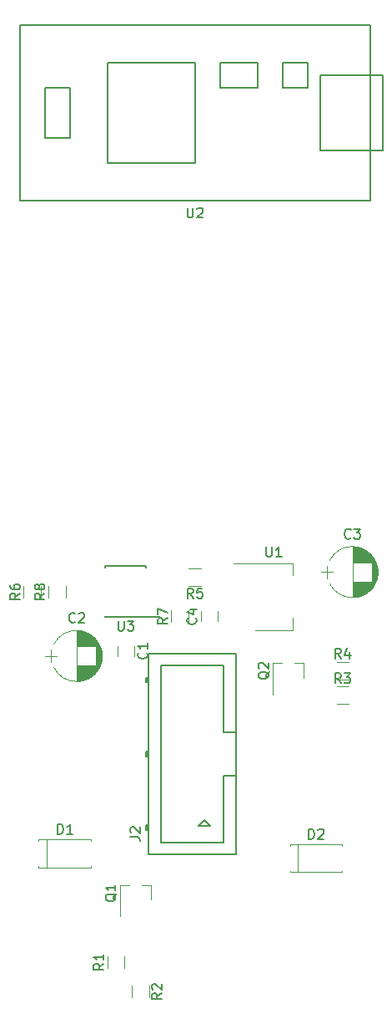
<source format=gbr>
G04 #@! TF.FileFunction,Legend,Top*
%FSLAX46Y46*%
G04 Gerber Fmt 4.6, Leading zero omitted, Abs format (unit mm)*
G04 Created by KiCad (PCBNEW 4.0.7) date 07/15/18 23:17:43*
%MOMM*%
%LPD*%
G01*
G04 APERTURE LIST*
%ADD10C,0.100000*%
%ADD11C,0.150000*%
%ADD12C,0.120000*%
G04 APERTURE END LIST*
D10*
D11*
X127200000Y-140070000D02*
X118260000Y-140070000D01*
X118260000Y-140070000D02*
X118260000Y-119770000D01*
X118260000Y-119770000D02*
X127200000Y-119770000D01*
X127200000Y-119770000D02*
X127200000Y-140070000D01*
X127200000Y-132145000D02*
X125900000Y-132145000D01*
X125900000Y-132145000D02*
X125900000Y-138870000D01*
X125900000Y-138870000D02*
X119560000Y-138870000D01*
X119560000Y-138870000D02*
X119560000Y-120970000D01*
X119560000Y-120970000D02*
X125900000Y-120970000D01*
X125900000Y-120970000D02*
X125900000Y-127695000D01*
X125900000Y-127695000D02*
X127200000Y-127695000D01*
X118260000Y-130170000D02*
X118060000Y-130170000D01*
X118060000Y-130170000D02*
X118060000Y-129670000D01*
X118060000Y-129670000D02*
X118260000Y-129670000D01*
X118160000Y-130170000D02*
X118160000Y-129670000D01*
X118260000Y-122690000D02*
X118060000Y-122690000D01*
X118060000Y-122690000D02*
X118060000Y-122190000D01*
X118060000Y-122190000D02*
X118260000Y-122190000D01*
X118160000Y-122690000D02*
X118160000Y-122190000D01*
X118260000Y-137650000D02*
X118060000Y-137650000D01*
X118060000Y-137650000D02*
X118060000Y-137150000D01*
X118060000Y-137150000D02*
X118260000Y-137150000D01*
X118160000Y-137650000D02*
X118160000Y-137150000D01*
X124600000Y-137200000D02*
X123400000Y-137200000D01*
X123400000Y-137200000D02*
X124000000Y-136600000D01*
X124000000Y-136600000D02*
X124600000Y-137200000D01*
X140780000Y-61190000D02*
X142050000Y-61190000D01*
X142050000Y-61190000D02*
X142050000Y-68810000D01*
X142050000Y-68810000D02*
X140780000Y-68810000D01*
X129350000Y-59920000D02*
X125540000Y-59920000D01*
X125540000Y-59920000D02*
X125540000Y-62460000D01*
X125540000Y-62460000D02*
X129350000Y-62460000D01*
X129350000Y-62460000D02*
X129350000Y-59920000D01*
X135700000Y-61190000D02*
X135700000Y-68810000D01*
X135700000Y-68810000D02*
X140780000Y-68810000D01*
X135700000Y-61190000D02*
X140780000Y-61190000D01*
X134430000Y-59920000D02*
X131890000Y-59920000D01*
X131890000Y-59920000D02*
X131890000Y-62460000D01*
X131890000Y-62460000D02*
X134430000Y-62460000D01*
X134430000Y-62460000D02*
X134430000Y-59920000D01*
X107760000Y-67540000D02*
X107760000Y-62460000D01*
X107760000Y-62460000D02*
X110300000Y-62460000D01*
X110300000Y-62460000D02*
X110300000Y-67540000D01*
X110300000Y-67540000D02*
X107760000Y-67540000D01*
X114110000Y-59920000D02*
X114110000Y-70080000D01*
X123000000Y-70080000D02*
X123000000Y-59920000D01*
X114110000Y-70080000D02*
X123000000Y-70080000D01*
X114110000Y-59920000D02*
X123000000Y-59920000D01*
X140780000Y-73890000D02*
X105220000Y-73890000D01*
X105220000Y-73890000D02*
X105220000Y-56110000D01*
X105220000Y-56110000D02*
X140780000Y-56110000D01*
X140780000Y-56110000D02*
X140780000Y-73890000D01*
D12*
X132650000Y-139220000D02*
X132650000Y-139090000D01*
X132650000Y-139090000D02*
X137970000Y-139090000D01*
X137970000Y-139090000D02*
X137970000Y-139220000D01*
X132650000Y-141780000D02*
X132650000Y-141910000D01*
X132650000Y-141910000D02*
X137970000Y-141910000D01*
X137970000Y-141910000D02*
X137970000Y-141780000D01*
X133490000Y-139090000D02*
X133490000Y-141910000D01*
X107150000Y-138720000D02*
X107150000Y-138590000D01*
X107150000Y-138590000D02*
X112470000Y-138590000D01*
X112470000Y-138590000D02*
X112470000Y-138720000D01*
X107150000Y-141280000D02*
X107150000Y-141410000D01*
X107150000Y-141410000D02*
X112470000Y-141410000D01*
X112470000Y-141410000D02*
X112470000Y-141280000D01*
X107990000Y-138590000D02*
X107990000Y-141410000D01*
X141305722Y-110320277D02*
G75*
G03X136694420Y-110320000I-2305722J-1179723D01*
G01*
X141305722Y-112679723D02*
G75*
G02X136694420Y-112680000I-2305722J1179723D01*
G01*
X141305722Y-112679723D02*
G75*
G03X141305580Y-110320000I-2305722J1179723D01*
G01*
X139000000Y-108950000D02*
X139000000Y-114050000D01*
X139040000Y-108950000D02*
X139040000Y-110520000D01*
X139040000Y-112480000D02*
X139040000Y-114050000D01*
X139080000Y-108951000D02*
X139080000Y-110520000D01*
X139080000Y-112480000D02*
X139080000Y-114049000D01*
X139120000Y-108952000D02*
X139120000Y-110520000D01*
X139120000Y-112480000D02*
X139120000Y-114048000D01*
X139160000Y-108954000D02*
X139160000Y-110520000D01*
X139160000Y-112480000D02*
X139160000Y-114046000D01*
X139200000Y-108957000D02*
X139200000Y-110520000D01*
X139200000Y-112480000D02*
X139200000Y-114043000D01*
X139240000Y-108961000D02*
X139240000Y-110520000D01*
X139240000Y-112480000D02*
X139240000Y-114039000D01*
X139280000Y-108965000D02*
X139280000Y-110520000D01*
X139280000Y-112480000D02*
X139280000Y-114035000D01*
X139320000Y-108969000D02*
X139320000Y-110520000D01*
X139320000Y-112480000D02*
X139320000Y-114031000D01*
X139360000Y-108975000D02*
X139360000Y-110520000D01*
X139360000Y-112480000D02*
X139360000Y-114025000D01*
X139400000Y-108981000D02*
X139400000Y-110520000D01*
X139400000Y-112480000D02*
X139400000Y-114019000D01*
X139440000Y-108987000D02*
X139440000Y-110520000D01*
X139440000Y-112480000D02*
X139440000Y-114013000D01*
X139480000Y-108994000D02*
X139480000Y-110520000D01*
X139480000Y-112480000D02*
X139480000Y-114006000D01*
X139520000Y-109002000D02*
X139520000Y-110520000D01*
X139520000Y-112480000D02*
X139520000Y-113998000D01*
X139560000Y-109011000D02*
X139560000Y-110520000D01*
X139560000Y-112480000D02*
X139560000Y-113989000D01*
X139600000Y-109020000D02*
X139600000Y-110520000D01*
X139600000Y-112480000D02*
X139600000Y-113980000D01*
X139640000Y-109030000D02*
X139640000Y-110520000D01*
X139640000Y-112480000D02*
X139640000Y-113970000D01*
X139680000Y-109040000D02*
X139680000Y-110520000D01*
X139680000Y-112480000D02*
X139680000Y-113960000D01*
X139721000Y-109052000D02*
X139721000Y-110520000D01*
X139721000Y-112480000D02*
X139721000Y-113948000D01*
X139761000Y-109064000D02*
X139761000Y-110520000D01*
X139761000Y-112480000D02*
X139761000Y-113936000D01*
X139801000Y-109076000D02*
X139801000Y-110520000D01*
X139801000Y-112480000D02*
X139801000Y-113924000D01*
X139841000Y-109090000D02*
X139841000Y-110520000D01*
X139841000Y-112480000D02*
X139841000Y-113910000D01*
X139881000Y-109104000D02*
X139881000Y-110520000D01*
X139881000Y-112480000D02*
X139881000Y-113896000D01*
X139921000Y-109118000D02*
X139921000Y-110520000D01*
X139921000Y-112480000D02*
X139921000Y-113882000D01*
X139961000Y-109134000D02*
X139961000Y-110520000D01*
X139961000Y-112480000D02*
X139961000Y-113866000D01*
X140001000Y-109150000D02*
X140001000Y-110520000D01*
X140001000Y-112480000D02*
X140001000Y-113850000D01*
X140041000Y-109167000D02*
X140041000Y-110520000D01*
X140041000Y-112480000D02*
X140041000Y-113833000D01*
X140081000Y-109185000D02*
X140081000Y-110520000D01*
X140081000Y-112480000D02*
X140081000Y-113815000D01*
X140121000Y-109204000D02*
X140121000Y-110520000D01*
X140121000Y-112480000D02*
X140121000Y-113796000D01*
X140161000Y-109224000D02*
X140161000Y-110520000D01*
X140161000Y-112480000D02*
X140161000Y-113776000D01*
X140201000Y-109244000D02*
X140201000Y-110520000D01*
X140201000Y-112480000D02*
X140201000Y-113756000D01*
X140241000Y-109266000D02*
X140241000Y-110520000D01*
X140241000Y-112480000D02*
X140241000Y-113734000D01*
X140281000Y-109288000D02*
X140281000Y-110520000D01*
X140281000Y-112480000D02*
X140281000Y-113712000D01*
X140321000Y-109311000D02*
X140321000Y-110520000D01*
X140321000Y-112480000D02*
X140321000Y-113689000D01*
X140361000Y-109335000D02*
X140361000Y-110520000D01*
X140361000Y-112480000D02*
X140361000Y-113665000D01*
X140401000Y-109360000D02*
X140401000Y-110520000D01*
X140401000Y-112480000D02*
X140401000Y-113640000D01*
X140441000Y-109387000D02*
X140441000Y-110520000D01*
X140441000Y-112480000D02*
X140441000Y-113613000D01*
X140481000Y-109414000D02*
X140481000Y-110520000D01*
X140481000Y-112480000D02*
X140481000Y-113586000D01*
X140521000Y-109442000D02*
X140521000Y-110520000D01*
X140521000Y-112480000D02*
X140521000Y-113558000D01*
X140561000Y-109472000D02*
X140561000Y-110520000D01*
X140561000Y-112480000D02*
X140561000Y-113528000D01*
X140601000Y-109503000D02*
X140601000Y-110520000D01*
X140601000Y-112480000D02*
X140601000Y-113497000D01*
X140641000Y-109535000D02*
X140641000Y-110520000D01*
X140641000Y-112480000D02*
X140641000Y-113465000D01*
X140681000Y-109568000D02*
X140681000Y-110520000D01*
X140681000Y-112480000D02*
X140681000Y-113432000D01*
X140721000Y-109603000D02*
X140721000Y-110520000D01*
X140721000Y-112480000D02*
X140721000Y-113397000D01*
X140761000Y-109639000D02*
X140761000Y-110520000D01*
X140761000Y-112480000D02*
X140761000Y-113361000D01*
X140801000Y-109677000D02*
X140801000Y-110520000D01*
X140801000Y-112480000D02*
X140801000Y-113323000D01*
X140841000Y-109717000D02*
X140841000Y-110520000D01*
X140841000Y-112480000D02*
X140841000Y-113283000D01*
X140881000Y-109758000D02*
X140881000Y-110520000D01*
X140881000Y-112480000D02*
X140881000Y-113242000D01*
X140921000Y-109801000D02*
X140921000Y-110520000D01*
X140921000Y-112480000D02*
X140921000Y-113199000D01*
X140961000Y-109846000D02*
X140961000Y-110520000D01*
X140961000Y-112480000D02*
X140961000Y-113154000D01*
X141001000Y-109894000D02*
X141001000Y-113106000D01*
X141041000Y-109944000D02*
X141041000Y-113056000D01*
X141081000Y-109996000D02*
X141081000Y-113004000D01*
X141121000Y-110052000D02*
X141121000Y-112948000D01*
X141161000Y-110110000D02*
X141161000Y-112890000D01*
X141201000Y-110173000D02*
X141201000Y-112827000D01*
X141241000Y-110239000D02*
X141241000Y-112761000D01*
X141281000Y-110311000D02*
X141281000Y-112689000D01*
X141321000Y-110388000D02*
X141321000Y-112612000D01*
X141361000Y-110472000D02*
X141361000Y-112528000D01*
X141401000Y-110566000D02*
X141401000Y-112434000D01*
X141441000Y-110671000D02*
X141441000Y-112329000D01*
X141481000Y-110793000D02*
X141481000Y-112207000D01*
X141521000Y-110941000D02*
X141521000Y-112059000D01*
X141561000Y-111146000D02*
X141561000Y-111854000D01*
X135800000Y-111500000D02*
X137000000Y-111500000D01*
X136400000Y-110850000D02*
X136400000Y-112150000D01*
X113305722Y-118820277D02*
G75*
G03X108694420Y-118820000I-2305722J-1179723D01*
G01*
X113305722Y-121179723D02*
G75*
G02X108694420Y-121180000I-2305722J1179723D01*
G01*
X113305722Y-121179723D02*
G75*
G03X113305580Y-118820000I-2305722J1179723D01*
G01*
X111000000Y-117450000D02*
X111000000Y-122550000D01*
X111040000Y-117450000D02*
X111040000Y-119020000D01*
X111040000Y-120980000D02*
X111040000Y-122550000D01*
X111080000Y-117451000D02*
X111080000Y-119020000D01*
X111080000Y-120980000D02*
X111080000Y-122549000D01*
X111120000Y-117452000D02*
X111120000Y-119020000D01*
X111120000Y-120980000D02*
X111120000Y-122548000D01*
X111160000Y-117454000D02*
X111160000Y-119020000D01*
X111160000Y-120980000D02*
X111160000Y-122546000D01*
X111200000Y-117457000D02*
X111200000Y-119020000D01*
X111200000Y-120980000D02*
X111200000Y-122543000D01*
X111240000Y-117461000D02*
X111240000Y-119020000D01*
X111240000Y-120980000D02*
X111240000Y-122539000D01*
X111280000Y-117465000D02*
X111280000Y-119020000D01*
X111280000Y-120980000D02*
X111280000Y-122535000D01*
X111320000Y-117469000D02*
X111320000Y-119020000D01*
X111320000Y-120980000D02*
X111320000Y-122531000D01*
X111360000Y-117475000D02*
X111360000Y-119020000D01*
X111360000Y-120980000D02*
X111360000Y-122525000D01*
X111400000Y-117481000D02*
X111400000Y-119020000D01*
X111400000Y-120980000D02*
X111400000Y-122519000D01*
X111440000Y-117487000D02*
X111440000Y-119020000D01*
X111440000Y-120980000D02*
X111440000Y-122513000D01*
X111480000Y-117494000D02*
X111480000Y-119020000D01*
X111480000Y-120980000D02*
X111480000Y-122506000D01*
X111520000Y-117502000D02*
X111520000Y-119020000D01*
X111520000Y-120980000D02*
X111520000Y-122498000D01*
X111560000Y-117511000D02*
X111560000Y-119020000D01*
X111560000Y-120980000D02*
X111560000Y-122489000D01*
X111600000Y-117520000D02*
X111600000Y-119020000D01*
X111600000Y-120980000D02*
X111600000Y-122480000D01*
X111640000Y-117530000D02*
X111640000Y-119020000D01*
X111640000Y-120980000D02*
X111640000Y-122470000D01*
X111680000Y-117540000D02*
X111680000Y-119020000D01*
X111680000Y-120980000D02*
X111680000Y-122460000D01*
X111721000Y-117552000D02*
X111721000Y-119020000D01*
X111721000Y-120980000D02*
X111721000Y-122448000D01*
X111761000Y-117564000D02*
X111761000Y-119020000D01*
X111761000Y-120980000D02*
X111761000Y-122436000D01*
X111801000Y-117576000D02*
X111801000Y-119020000D01*
X111801000Y-120980000D02*
X111801000Y-122424000D01*
X111841000Y-117590000D02*
X111841000Y-119020000D01*
X111841000Y-120980000D02*
X111841000Y-122410000D01*
X111881000Y-117604000D02*
X111881000Y-119020000D01*
X111881000Y-120980000D02*
X111881000Y-122396000D01*
X111921000Y-117618000D02*
X111921000Y-119020000D01*
X111921000Y-120980000D02*
X111921000Y-122382000D01*
X111961000Y-117634000D02*
X111961000Y-119020000D01*
X111961000Y-120980000D02*
X111961000Y-122366000D01*
X112001000Y-117650000D02*
X112001000Y-119020000D01*
X112001000Y-120980000D02*
X112001000Y-122350000D01*
X112041000Y-117667000D02*
X112041000Y-119020000D01*
X112041000Y-120980000D02*
X112041000Y-122333000D01*
X112081000Y-117685000D02*
X112081000Y-119020000D01*
X112081000Y-120980000D02*
X112081000Y-122315000D01*
X112121000Y-117704000D02*
X112121000Y-119020000D01*
X112121000Y-120980000D02*
X112121000Y-122296000D01*
X112161000Y-117724000D02*
X112161000Y-119020000D01*
X112161000Y-120980000D02*
X112161000Y-122276000D01*
X112201000Y-117744000D02*
X112201000Y-119020000D01*
X112201000Y-120980000D02*
X112201000Y-122256000D01*
X112241000Y-117766000D02*
X112241000Y-119020000D01*
X112241000Y-120980000D02*
X112241000Y-122234000D01*
X112281000Y-117788000D02*
X112281000Y-119020000D01*
X112281000Y-120980000D02*
X112281000Y-122212000D01*
X112321000Y-117811000D02*
X112321000Y-119020000D01*
X112321000Y-120980000D02*
X112321000Y-122189000D01*
X112361000Y-117835000D02*
X112361000Y-119020000D01*
X112361000Y-120980000D02*
X112361000Y-122165000D01*
X112401000Y-117860000D02*
X112401000Y-119020000D01*
X112401000Y-120980000D02*
X112401000Y-122140000D01*
X112441000Y-117887000D02*
X112441000Y-119020000D01*
X112441000Y-120980000D02*
X112441000Y-122113000D01*
X112481000Y-117914000D02*
X112481000Y-119020000D01*
X112481000Y-120980000D02*
X112481000Y-122086000D01*
X112521000Y-117942000D02*
X112521000Y-119020000D01*
X112521000Y-120980000D02*
X112521000Y-122058000D01*
X112561000Y-117972000D02*
X112561000Y-119020000D01*
X112561000Y-120980000D02*
X112561000Y-122028000D01*
X112601000Y-118003000D02*
X112601000Y-119020000D01*
X112601000Y-120980000D02*
X112601000Y-121997000D01*
X112641000Y-118035000D02*
X112641000Y-119020000D01*
X112641000Y-120980000D02*
X112641000Y-121965000D01*
X112681000Y-118068000D02*
X112681000Y-119020000D01*
X112681000Y-120980000D02*
X112681000Y-121932000D01*
X112721000Y-118103000D02*
X112721000Y-119020000D01*
X112721000Y-120980000D02*
X112721000Y-121897000D01*
X112761000Y-118139000D02*
X112761000Y-119020000D01*
X112761000Y-120980000D02*
X112761000Y-121861000D01*
X112801000Y-118177000D02*
X112801000Y-119020000D01*
X112801000Y-120980000D02*
X112801000Y-121823000D01*
X112841000Y-118217000D02*
X112841000Y-119020000D01*
X112841000Y-120980000D02*
X112841000Y-121783000D01*
X112881000Y-118258000D02*
X112881000Y-119020000D01*
X112881000Y-120980000D02*
X112881000Y-121742000D01*
X112921000Y-118301000D02*
X112921000Y-119020000D01*
X112921000Y-120980000D02*
X112921000Y-121699000D01*
X112961000Y-118346000D02*
X112961000Y-119020000D01*
X112961000Y-120980000D02*
X112961000Y-121654000D01*
X113001000Y-118394000D02*
X113001000Y-121606000D01*
X113041000Y-118444000D02*
X113041000Y-121556000D01*
X113081000Y-118496000D02*
X113081000Y-121504000D01*
X113121000Y-118552000D02*
X113121000Y-121448000D01*
X113161000Y-118610000D02*
X113161000Y-121390000D01*
X113201000Y-118673000D02*
X113201000Y-121327000D01*
X113241000Y-118739000D02*
X113241000Y-121261000D01*
X113281000Y-118811000D02*
X113281000Y-121189000D01*
X113321000Y-118888000D02*
X113321000Y-121112000D01*
X113361000Y-118972000D02*
X113361000Y-121028000D01*
X113401000Y-119066000D02*
X113401000Y-120934000D01*
X113441000Y-119171000D02*
X113441000Y-120829000D01*
X113481000Y-119293000D02*
X113481000Y-120707000D01*
X113521000Y-119441000D02*
X113521000Y-120559000D01*
X113561000Y-119646000D02*
X113561000Y-120354000D01*
X107800000Y-120000000D02*
X109000000Y-120000000D01*
X108400000Y-119350000D02*
X108400000Y-120650000D01*
X116620000Y-154600000D02*
X116620000Y-153400000D01*
X118380000Y-153400000D02*
X118380000Y-154600000D01*
X138600000Y-124880000D02*
X137400000Y-124880000D01*
X137400000Y-123120000D02*
X138600000Y-123120000D01*
X138600000Y-122380000D02*
X137400000Y-122380000D01*
X137400000Y-120620000D02*
X138600000Y-120620000D01*
X122400000Y-111120000D02*
X123600000Y-111120000D01*
X123600000Y-112880000D02*
X122400000Y-112880000D01*
X107380000Y-112900000D02*
X107380000Y-114100000D01*
X105620000Y-114100000D02*
X105620000Y-112900000D01*
X122380000Y-115400000D02*
X122380000Y-116600000D01*
X120620000Y-116600000D02*
X120620000Y-115400000D01*
X109880000Y-112900000D02*
X109880000Y-114100000D01*
X108120000Y-114100000D02*
X108120000Y-112900000D01*
X115880000Y-150400000D02*
X115880000Y-151600000D01*
X114120000Y-151600000D02*
X114120000Y-150400000D01*
X118580000Y-143240000D02*
X117650000Y-143240000D01*
X115420000Y-143240000D02*
X116350000Y-143240000D01*
X115420000Y-143240000D02*
X115420000Y-146400000D01*
X118580000Y-143240000D02*
X118580000Y-144700000D01*
X134080000Y-120740000D02*
X133150000Y-120740000D01*
X130920000Y-120740000D02*
X131850000Y-120740000D01*
X130920000Y-120740000D02*
X130920000Y-123900000D01*
X134080000Y-120740000D02*
X134080000Y-122200000D01*
X132910000Y-117410000D02*
X132910000Y-116150000D01*
X132910000Y-110590000D02*
X132910000Y-111850000D01*
X129150000Y-117410000D02*
X132910000Y-117410000D01*
X126900000Y-110590000D02*
X132910000Y-110590000D01*
D11*
X118075000Y-116075000D02*
X118075000Y-116025000D01*
X113925000Y-116075000D02*
X113925000Y-115930000D01*
X113925000Y-110925000D02*
X113925000Y-111070000D01*
X118075000Y-110925000D02*
X118075000Y-111070000D01*
X118075000Y-116075000D02*
X113925000Y-116075000D01*
X118075000Y-110925000D02*
X113925000Y-110925000D01*
X118075000Y-116025000D02*
X119475000Y-116025000D01*
D12*
X116850000Y-120000000D02*
X116850000Y-119000000D01*
X115150000Y-119000000D02*
X115150000Y-120000000D01*
X123650000Y-115500000D02*
X123650000Y-116500000D01*
X125350000Y-116500000D02*
X125350000Y-115500000D01*
D11*
X116452381Y-138333333D02*
X117166667Y-138333333D01*
X117309524Y-138380953D01*
X117404762Y-138476191D01*
X117452381Y-138619048D01*
X117452381Y-138714286D01*
X116547619Y-137904762D02*
X116500000Y-137857143D01*
X116452381Y-137761905D01*
X116452381Y-137523809D01*
X116500000Y-137428571D01*
X116547619Y-137380952D01*
X116642857Y-137333333D01*
X116738095Y-137333333D01*
X116880952Y-137380952D01*
X117452381Y-137952381D01*
X117452381Y-137333333D01*
X122238095Y-74612381D02*
X122238095Y-75421905D01*
X122285714Y-75517143D01*
X122333333Y-75564762D01*
X122428571Y-75612381D01*
X122619048Y-75612381D01*
X122714286Y-75564762D01*
X122761905Y-75517143D01*
X122809524Y-75421905D01*
X122809524Y-74612381D01*
X123238095Y-74707619D02*
X123285714Y-74660000D01*
X123380952Y-74612381D01*
X123619048Y-74612381D01*
X123714286Y-74660000D01*
X123761905Y-74707619D01*
X123809524Y-74802857D01*
X123809524Y-74898095D01*
X123761905Y-75040952D01*
X123190476Y-75612381D01*
X123809524Y-75612381D01*
X134571905Y-138542381D02*
X134571905Y-137542381D01*
X134810000Y-137542381D01*
X134952858Y-137590000D01*
X135048096Y-137685238D01*
X135095715Y-137780476D01*
X135143334Y-137970952D01*
X135143334Y-138113810D01*
X135095715Y-138304286D01*
X135048096Y-138399524D01*
X134952858Y-138494762D01*
X134810000Y-138542381D01*
X134571905Y-138542381D01*
X135524286Y-137637619D02*
X135571905Y-137590000D01*
X135667143Y-137542381D01*
X135905239Y-137542381D01*
X136000477Y-137590000D01*
X136048096Y-137637619D01*
X136095715Y-137732857D01*
X136095715Y-137828095D01*
X136048096Y-137970952D01*
X135476667Y-138542381D01*
X136095715Y-138542381D01*
X109071905Y-138042381D02*
X109071905Y-137042381D01*
X109310000Y-137042381D01*
X109452858Y-137090000D01*
X109548096Y-137185238D01*
X109595715Y-137280476D01*
X109643334Y-137470952D01*
X109643334Y-137613810D01*
X109595715Y-137804286D01*
X109548096Y-137899524D01*
X109452858Y-137994762D01*
X109310000Y-138042381D01*
X109071905Y-138042381D01*
X110595715Y-138042381D02*
X110024286Y-138042381D01*
X110310000Y-138042381D02*
X110310000Y-137042381D01*
X110214762Y-137185238D01*
X110119524Y-137280476D01*
X110024286Y-137328095D01*
X138833334Y-108047143D02*
X138785715Y-108094762D01*
X138642858Y-108142381D01*
X138547620Y-108142381D01*
X138404762Y-108094762D01*
X138309524Y-107999524D01*
X138261905Y-107904286D01*
X138214286Y-107713810D01*
X138214286Y-107570952D01*
X138261905Y-107380476D01*
X138309524Y-107285238D01*
X138404762Y-107190000D01*
X138547620Y-107142381D01*
X138642858Y-107142381D01*
X138785715Y-107190000D01*
X138833334Y-107237619D01*
X139166667Y-107142381D02*
X139785715Y-107142381D01*
X139452381Y-107523333D01*
X139595239Y-107523333D01*
X139690477Y-107570952D01*
X139738096Y-107618571D01*
X139785715Y-107713810D01*
X139785715Y-107951905D01*
X139738096Y-108047143D01*
X139690477Y-108094762D01*
X139595239Y-108142381D01*
X139309524Y-108142381D01*
X139214286Y-108094762D01*
X139166667Y-108047143D01*
X110833334Y-116547143D02*
X110785715Y-116594762D01*
X110642858Y-116642381D01*
X110547620Y-116642381D01*
X110404762Y-116594762D01*
X110309524Y-116499524D01*
X110261905Y-116404286D01*
X110214286Y-116213810D01*
X110214286Y-116070952D01*
X110261905Y-115880476D01*
X110309524Y-115785238D01*
X110404762Y-115690000D01*
X110547620Y-115642381D01*
X110642858Y-115642381D01*
X110785715Y-115690000D01*
X110833334Y-115737619D01*
X111214286Y-115737619D02*
X111261905Y-115690000D01*
X111357143Y-115642381D01*
X111595239Y-115642381D01*
X111690477Y-115690000D01*
X111738096Y-115737619D01*
X111785715Y-115832857D01*
X111785715Y-115928095D01*
X111738096Y-116070952D01*
X111166667Y-116642381D01*
X111785715Y-116642381D01*
X119652381Y-154166666D02*
X119176190Y-154500000D01*
X119652381Y-154738095D02*
X118652381Y-154738095D01*
X118652381Y-154357142D01*
X118700000Y-154261904D01*
X118747619Y-154214285D01*
X118842857Y-154166666D01*
X118985714Y-154166666D01*
X119080952Y-154214285D01*
X119128571Y-154261904D01*
X119176190Y-154357142D01*
X119176190Y-154738095D01*
X118747619Y-153785714D02*
X118700000Y-153738095D01*
X118652381Y-153642857D01*
X118652381Y-153404761D01*
X118700000Y-153309523D01*
X118747619Y-153261904D01*
X118842857Y-153214285D01*
X118938095Y-153214285D01*
X119080952Y-153261904D01*
X119652381Y-153833333D01*
X119652381Y-153214285D01*
X137833334Y-122752381D02*
X137500000Y-122276190D01*
X137261905Y-122752381D02*
X137261905Y-121752381D01*
X137642858Y-121752381D01*
X137738096Y-121800000D01*
X137785715Y-121847619D01*
X137833334Y-121942857D01*
X137833334Y-122085714D01*
X137785715Y-122180952D01*
X137738096Y-122228571D01*
X137642858Y-122276190D01*
X137261905Y-122276190D01*
X138166667Y-121752381D02*
X138785715Y-121752381D01*
X138452381Y-122133333D01*
X138595239Y-122133333D01*
X138690477Y-122180952D01*
X138738096Y-122228571D01*
X138785715Y-122323810D01*
X138785715Y-122561905D01*
X138738096Y-122657143D01*
X138690477Y-122704762D01*
X138595239Y-122752381D01*
X138309524Y-122752381D01*
X138214286Y-122704762D01*
X138166667Y-122657143D01*
X137833334Y-120252381D02*
X137500000Y-119776190D01*
X137261905Y-120252381D02*
X137261905Y-119252381D01*
X137642858Y-119252381D01*
X137738096Y-119300000D01*
X137785715Y-119347619D01*
X137833334Y-119442857D01*
X137833334Y-119585714D01*
X137785715Y-119680952D01*
X137738096Y-119728571D01*
X137642858Y-119776190D01*
X137261905Y-119776190D01*
X138690477Y-119585714D02*
X138690477Y-120252381D01*
X138452381Y-119204762D02*
X138214286Y-119919048D01*
X138833334Y-119919048D01*
X122833334Y-114152381D02*
X122500000Y-113676190D01*
X122261905Y-114152381D02*
X122261905Y-113152381D01*
X122642858Y-113152381D01*
X122738096Y-113200000D01*
X122785715Y-113247619D01*
X122833334Y-113342857D01*
X122833334Y-113485714D01*
X122785715Y-113580952D01*
X122738096Y-113628571D01*
X122642858Y-113676190D01*
X122261905Y-113676190D01*
X123738096Y-113152381D02*
X123261905Y-113152381D01*
X123214286Y-113628571D01*
X123261905Y-113580952D01*
X123357143Y-113533333D01*
X123595239Y-113533333D01*
X123690477Y-113580952D01*
X123738096Y-113628571D01*
X123785715Y-113723810D01*
X123785715Y-113961905D01*
X123738096Y-114057143D01*
X123690477Y-114104762D01*
X123595239Y-114152381D01*
X123357143Y-114152381D01*
X123261905Y-114104762D01*
X123214286Y-114057143D01*
X105252381Y-113666666D02*
X104776190Y-114000000D01*
X105252381Y-114238095D02*
X104252381Y-114238095D01*
X104252381Y-113857142D01*
X104300000Y-113761904D01*
X104347619Y-113714285D01*
X104442857Y-113666666D01*
X104585714Y-113666666D01*
X104680952Y-113714285D01*
X104728571Y-113761904D01*
X104776190Y-113857142D01*
X104776190Y-114238095D01*
X104252381Y-112809523D02*
X104252381Y-113000000D01*
X104300000Y-113095238D01*
X104347619Y-113142857D01*
X104490476Y-113238095D01*
X104680952Y-113285714D01*
X105061905Y-113285714D01*
X105157143Y-113238095D01*
X105204762Y-113190476D01*
X105252381Y-113095238D01*
X105252381Y-112904761D01*
X105204762Y-112809523D01*
X105157143Y-112761904D01*
X105061905Y-112714285D01*
X104823810Y-112714285D01*
X104728571Y-112761904D01*
X104680952Y-112809523D01*
X104633333Y-112904761D01*
X104633333Y-113095238D01*
X104680952Y-113190476D01*
X104728571Y-113238095D01*
X104823810Y-113285714D01*
X120252381Y-116166666D02*
X119776190Y-116500000D01*
X120252381Y-116738095D02*
X119252381Y-116738095D01*
X119252381Y-116357142D01*
X119300000Y-116261904D01*
X119347619Y-116214285D01*
X119442857Y-116166666D01*
X119585714Y-116166666D01*
X119680952Y-116214285D01*
X119728571Y-116261904D01*
X119776190Y-116357142D01*
X119776190Y-116738095D01*
X119252381Y-115833333D02*
X119252381Y-115166666D01*
X120252381Y-115595238D01*
X107752381Y-113666666D02*
X107276190Y-114000000D01*
X107752381Y-114238095D02*
X106752381Y-114238095D01*
X106752381Y-113857142D01*
X106800000Y-113761904D01*
X106847619Y-113714285D01*
X106942857Y-113666666D01*
X107085714Y-113666666D01*
X107180952Y-113714285D01*
X107228571Y-113761904D01*
X107276190Y-113857142D01*
X107276190Y-114238095D01*
X107180952Y-113095238D02*
X107133333Y-113190476D01*
X107085714Y-113238095D01*
X106990476Y-113285714D01*
X106942857Y-113285714D01*
X106847619Y-113238095D01*
X106800000Y-113190476D01*
X106752381Y-113095238D01*
X106752381Y-112904761D01*
X106800000Y-112809523D01*
X106847619Y-112761904D01*
X106942857Y-112714285D01*
X106990476Y-112714285D01*
X107085714Y-112761904D01*
X107133333Y-112809523D01*
X107180952Y-112904761D01*
X107180952Y-113095238D01*
X107228571Y-113190476D01*
X107276190Y-113238095D01*
X107371429Y-113285714D01*
X107561905Y-113285714D01*
X107657143Y-113238095D01*
X107704762Y-113190476D01*
X107752381Y-113095238D01*
X107752381Y-112904761D01*
X107704762Y-112809523D01*
X107657143Y-112761904D01*
X107561905Y-112714285D01*
X107371429Y-112714285D01*
X107276190Y-112761904D01*
X107228571Y-112809523D01*
X107180952Y-112904761D01*
X113752381Y-151166666D02*
X113276190Y-151500000D01*
X113752381Y-151738095D02*
X112752381Y-151738095D01*
X112752381Y-151357142D01*
X112800000Y-151261904D01*
X112847619Y-151214285D01*
X112942857Y-151166666D01*
X113085714Y-151166666D01*
X113180952Y-151214285D01*
X113228571Y-151261904D01*
X113276190Y-151357142D01*
X113276190Y-151738095D01*
X113752381Y-150214285D02*
X113752381Y-150785714D01*
X113752381Y-150500000D02*
X112752381Y-150500000D01*
X112895238Y-150595238D01*
X112990476Y-150690476D01*
X113038095Y-150785714D01*
X115047619Y-144095238D02*
X115000000Y-144190476D01*
X114904762Y-144285714D01*
X114761905Y-144428571D01*
X114714286Y-144523810D01*
X114714286Y-144619048D01*
X114952381Y-144571429D02*
X114904762Y-144666667D01*
X114809524Y-144761905D01*
X114619048Y-144809524D01*
X114285714Y-144809524D01*
X114095238Y-144761905D01*
X114000000Y-144666667D01*
X113952381Y-144571429D01*
X113952381Y-144380952D01*
X114000000Y-144285714D01*
X114095238Y-144190476D01*
X114285714Y-144142857D01*
X114619048Y-144142857D01*
X114809524Y-144190476D01*
X114904762Y-144285714D01*
X114952381Y-144380952D01*
X114952381Y-144571429D01*
X114952381Y-143190476D02*
X114952381Y-143761905D01*
X114952381Y-143476191D02*
X113952381Y-143476191D01*
X114095238Y-143571429D01*
X114190476Y-143666667D01*
X114238095Y-143761905D01*
X130547619Y-121595238D02*
X130500000Y-121690476D01*
X130404762Y-121785714D01*
X130261905Y-121928571D01*
X130214286Y-122023810D01*
X130214286Y-122119048D01*
X130452381Y-122071429D02*
X130404762Y-122166667D01*
X130309524Y-122261905D01*
X130119048Y-122309524D01*
X129785714Y-122309524D01*
X129595238Y-122261905D01*
X129500000Y-122166667D01*
X129452381Y-122071429D01*
X129452381Y-121880952D01*
X129500000Y-121785714D01*
X129595238Y-121690476D01*
X129785714Y-121642857D01*
X130119048Y-121642857D01*
X130309524Y-121690476D01*
X130404762Y-121785714D01*
X130452381Y-121880952D01*
X130452381Y-122071429D01*
X129547619Y-121261905D02*
X129500000Y-121214286D01*
X129452381Y-121119048D01*
X129452381Y-120880952D01*
X129500000Y-120785714D01*
X129547619Y-120738095D01*
X129642857Y-120690476D01*
X129738095Y-120690476D01*
X129880952Y-120738095D01*
X130452381Y-121309524D01*
X130452381Y-120690476D01*
X130238095Y-108952381D02*
X130238095Y-109761905D01*
X130285714Y-109857143D01*
X130333333Y-109904762D01*
X130428571Y-109952381D01*
X130619048Y-109952381D01*
X130714286Y-109904762D01*
X130761905Y-109857143D01*
X130809524Y-109761905D01*
X130809524Y-108952381D01*
X131809524Y-109952381D02*
X131238095Y-109952381D01*
X131523809Y-109952381D02*
X131523809Y-108952381D01*
X131428571Y-109095238D01*
X131333333Y-109190476D01*
X131238095Y-109238095D01*
X115238095Y-116452381D02*
X115238095Y-117261905D01*
X115285714Y-117357143D01*
X115333333Y-117404762D01*
X115428571Y-117452381D01*
X115619048Y-117452381D01*
X115714286Y-117404762D01*
X115761905Y-117357143D01*
X115809524Y-117261905D01*
X115809524Y-116452381D01*
X116190476Y-116452381D02*
X116809524Y-116452381D01*
X116476190Y-116833333D01*
X116619048Y-116833333D01*
X116714286Y-116880952D01*
X116761905Y-116928571D01*
X116809524Y-117023810D01*
X116809524Y-117261905D01*
X116761905Y-117357143D01*
X116714286Y-117404762D01*
X116619048Y-117452381D01*
X116333333Y-117452381D01*
X116238095Y-117404762D01*
X116190476Y-117357143D01*
X118107143Y-119666666D02*
X118154762Y-119714285D01*
X118202381Y-119857142D01*
X118202381Y-119952380D01*
X118154762Y-120095238D01*
X118059524Y-120190476D01*
X117964286Y-120238095D01*
X117773810Y-120285714D01*
X117630952Y-120285714D01*
X117440476Y-120238095D01*
X117345238Y-120190476D01*
X117250000Y-120095238D01*
X117202381Y-119952380D01*
X117202381Y-119857142D01*
X117250000Y-119714285D01*
X117297619Y-119666666D01*
X118202381Y-118714285D02*
X118202381Y-119285714D01*
X118202381Y-119000000D02*
X117202381Y-119000000D01*
X117345238Y-119095238D01*
X117440476Y-119190476D01*
X117488095Y-119285714D01*
X123107143Y-116166666D02*
X123154762Y-116214285D01*
X123202381Y-116357142D01*
X123202381Y-116452380D01*
X123154762Y-116595238D01*
X123059524Y-116690476D01*
X122964286Y-116738095D01*
X122773810Y-116785714D01*
X122630952Y-116785714D01*
X122440476Y-116738095D01*
X122345238Y-116690476D01*
X122250000Y-116595238D01*
X122202381Y-116452380D01*
X122202381Y-116357142D01*
X122250000Y-116214285D01*
X122297619Y-116166666D01*
X122535714Y-115309523D02*
X123202381Y-115309523D01*
X122154762Y-115547619D02*
X122869048Y-115785714D01*
X122869048Y-115166666D01*
M02*

</source>
